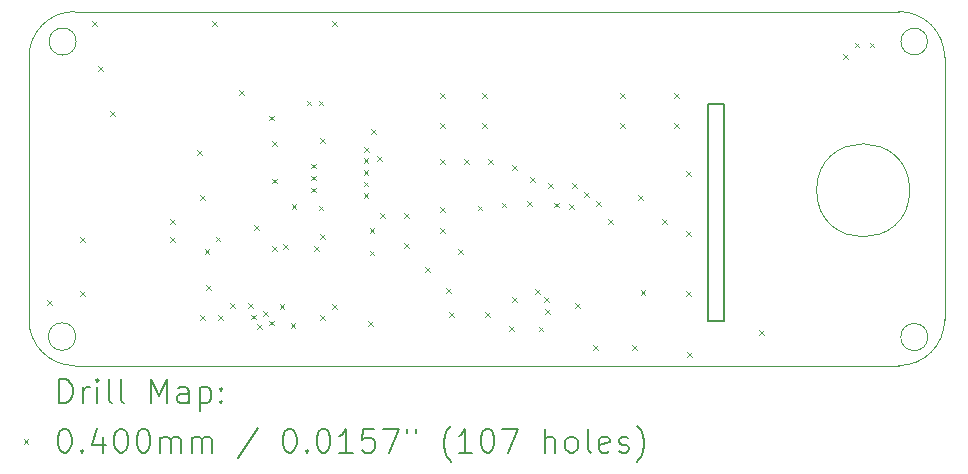
<source format=gbr>
%TF.GenerationSoftware,KiCad,Pcbnew,8.0.5-8.0.5-0~ubuntu22.04.1*%
%TF.CreationDate,2024-11-26T13:48:24+00:00*%
%TF.ProjectId,numcalcium,6e756d63-616c-4636-9975-6d2e6b696361,rev?*%
%TF.SameCoordinates,Original*%
%TF.FileFunction,Drillmap*%
%TF.FilePolarity,Positive*%
%FSLAX45Y45*%
G04 Gerber Fmt 4.5, Leading zero omitted, Abs format (unit mm)*
G04 Created by KiCad (PCBNEW 8.0.5-8.0.5-0~ubuntu22.04.1) date 2024-11-26 13:48:24*
%MOMM*%
%LPD*%
G01*
G04 APERTURE LIST*
%ADD10C,0.100000*%
%ADD11C,0.150000*%
%ADD12C,0.200000*%
G04 APERTURE END LIST*
D10*
X352045Y3149424D02*
G75*
G02*
X123214Y3149424I-114416J0D01*
G01*
X123214Y3149424D02*
G75*
G02*
X352045Y3149424I114416J0D01*
G01*
X348832Y651814D02*
G75*
G02*
X115950Y651814I-116441J0D01*
G01*
X115950Y651814D02*
G75*
G02*
X348832Y651814I116441J0D01*
G01*
X7704760Y792480D02*
G75*
G02*
X7318505Y406224I-386270J14D01*
G01*
X7318505Y3403424D02*
X338760Y3403424D01*
X338760Y406224D02*
G75*
G02*
X-47495Y792480I-1J386255D01*
G01*
D11*
X5699538Y2621280D02*
X5839238Y2621280D01*
X5839238Y787400D01*
X5699538Y787400D01*
X5699538Y2621280D01*
D10*
X7318505Y3403424D02*
G75*
G02*
X7704754Y3017169I5J-386244D01*
G01*
X7409528Y1889760D02*
G75*
G02*
X6621172Y1889760I-394178J0D01*
G01*
X6621172Y1889760D02*
G75*
G02*
X7409528Y1889760I394178J0D01*
G01*
X7704760Y3017169D02*
X7704760Y792480D01*
X7559805Y3149424D02*
G75*
G02*
X7335153Y3149424I-112326J0D01*
G01*
X7335153Y3149424D02*
G75*
G02*
X7559805Y3149424I112326J0D01*
G01*
X7318505Y406224D02*
X338760Y406224D01*
X-47495Y3017169D02*
G75*
G02*
X338760Y3403424I386255J0D01*
G01*
X-47495Y3017169D02*
X-47495Y792480D01*
X7562970Y647524D02*
G75*
G02*
X7333295Y647524I-114837J0D01*
G01*
X7333295Y647524D02*
G75*
G02*
X7562970Y647524I114837J0D01*
G01*
D12*
D10*
X107000Y959800D02*
X147000Y919800D01*
X147000Y959800D02*
X107000Y919800D01*
X386400Y1493200D02*
X426400Y1453200D01*
X426400Y1493200D02*
X386400Y1453200D01*
X386400Y1036000D02*
X426400Y996000D01*
X426400Y1036000D02*
X386400Y996000D01*
X488000Y3322000D02*
X528000Y3282000D01*
X528000Y3322000D02*
X488000Y3282000D01*
X538800Y2941000D02*
X578800Y2901000D01*
X578800Y2941000D02*
X538800Y2901000D01*
X640400Y2560000D02*
X680400Y2520000D01*
X680400Y2560000D02*
X640400Y2520000D01*
X1148400Y1645600D02*
X1188400Y1605600D01*
X1188400Y1645600D02*
X1148400Y1605600D01*
X1148400Y1493200D02*
X1188400Y1453200D01*
X1188400Y1493200D02*
X1148400Y1453200D01*
X1377000Y2229800D02*
X1417000Y2189800D01*
X1417000Y2229800D02*
X1377000Y2189800D01*
X1402400Y1848800D02*
X1442400Y1808800D01*
X1442400Y1848800D02*
X1402400Y1808800D01*
X1402400Y832800D02*
X1442400Y792800D01*
X1442400Y832800D02*
X1402400Y792800D01*
X1440500Y1391600D02*
X1480500Y1351600D01*
X1480500Y1391600D02*
X1440500Y1351600D01*
X1453200Y1086800D02*
X1493200Y1046800D01*
X1493200Y1086800D02*
X1453200Y1046800D01*
X1504000Y3322000D02*
X1544000Y3282000D01*
X1544000Y3322000D02*
X1504000Y3282000D01*
X1532400Y1498200D02*
X1572400Y1458200D01*
X1572400Y1498200D02*
X1532400Y1458200D01*
X1554800Y832800D02*
X1594800Y792800D01*
X1594800Y832800D02*
X1554800Y792800D01*
X1656400Y934400D02*
X1696400Y894400D01*
X1696400Y934400D02*
X1656400Y894400D01*
X1732600Y2737800D02*
X1772600Y2697800D01*
X1772600Y2737800D02*
X1732600Y2697800D01*
X1808101Y935099D02*
X1848101Y895099D01*
X1848101Y935099D02*
X1808101Y895099D01*
X1831749Y836477D02*
X1871749Y796477D01*
X1871749Y836477D02*
X1831749Y796477D01*
X1859600Y1594800D02*
X1899600Y1554800D01*
X1899600Y1594800D02*
X1859600Y1554800D01*
X1885000Y756600D02*
X1925000Y716600D01*
X1925000Y756600D02*
X1885000Y716600D01*
X1934163Y867414D02*
X1974163Y827414D01*
X1974163Y867414D02*
X1934163Y827414D01*
X1986600Y2521900D02*
X2026600Y2481900D01*
X2026600Y2521900D02*
X1986600Y2481900D01*
X1986600Y787000D02*
X2026600Y747000D01*
X2026600Y787000D02*
X1986600Y747000D01*
X2012000Y2306000D02*
X2052000Y2266000D01*
X2052000Y2306000D02*
X2012000Y2266000D01*
X2012000Y1988500D02*
X2052000Y1948500D01*
X2052000Y1988500D02*
X2012000Y1948500D01*
X2012000Y1417000D02*
X2052000Y1377000D01*
X2052000Y1417000D02*
X2012000Y1377000D01*
X2075500Y924700D02*
X2115500Y884700D01*
X2115500Y924700D02*
X2075500Y884700D01*
X2106694Y1432782D02*
X2146694Y1392782D01*
X2146694Y1432782D02*
X2106694Y1392782D01*
X2168115Y765585D02*
X2208115Y725585D01*
X2208115Y765585D02*
X2168115Y725585D01*
X2177100Y1772600D02*
X2217100Y1732600D01*
X2217100Y1772600D02*
X2177100Y1732600D01*
X2304100Y2648900D02*
X2344100Y2608900D01*
X2344100Y2648900D02*
X2304100Y2608900D01*
X2342200Y2115500D02*
X2382200Y2075500D01*
X2382200Y2115500D02*
X2342200Y2075500D01*
X2342200Y2013900D02*
X2382200Y1973900D01*
X2382200Y2013900D02*
X2342200Y1973900D01*
X2342200Y1912300D02*
X2382200Y1872300D01*
X2382200Y1912300D02*
X2342200Y1872300D01*
X2367600Y1417000D02*
X2407600Y1377000D01*
X2407600Y1417000D02*
X2367600Y1377000D01*
X2405700Y2648900D02*
X2445700Y2608900D01*
X2445700Y2648900D02*
X2405700Y2608900D01*
X2405700Y1759900D02*
X2445700Y1719900D01*
X2445700Y1759900D02*
X2405700Y1719900D01*
X2417400Y1518600D02*
X2457400Y1478600D01*
X2457400Y1518600D02*
X2417400Y1478600D01*
X2418400Y2331400D02*
X2458400Y2291400D01*
X2458400Y2331400D02*
X2418400Y2291400D01*
X2418400Y832800D02*
X2458400Y792800D01*
X2458400Y832800D02*
X2418400Y792800D01*
X2520000Y3322000D02*
X2560000Y3282000D01*
X2560000Y3322000D02*
X2520000Y3282000D01*
X2520000Y924700D02*
X2560000Y884700D01*
X2560000Y924700D02*
X2520000Y884700D01*
X2786439Y2159266D02*
X2826439Y2119266D01*
X2826439Y2159266D02*
X2786439Y2119266D01*
X2786608Y2062249D02*
X2826608Y2022249D01*
X2826608Y2062249D02*
X2786608Y2022249D01*
X2786651Y1963100D02*
X2826651Y1923100D01*
X2826651Y1963100D02*
X2786651Y1923100D01*
X2786723Y1867100D02*
X2826723Y1827100D01*
X2826723Y1867100D02*
X2786723Y1827100D01*
X2789993Y2255200D02*
X2829993Y2215200D01*
X2829993Y2255200D02*
X2789993Y2215200D01*
X2824800Y782000D02*
X2864800Y742000D01*
X2864800Y782000D02*
X2824800Y742000D01*
X2837500Y1569400D02*
X2877500Y1529400D01*
X2877500Y1569400D02*
X2837500Y1529400D01*
X2837500Y1378900D02*
X2877500Y1338900D01*
X2877500Y1378900D02*
X2837500Y1338900D01*
X2850200Y2407600D02*
X2890200Y2367600D01*
X2890200Y2407600D02*
X2850200Y2367600D01*
X2901000Y2179000D02*
X2941000Y2139000D01*
X2941000Y2179000D02*
X2901000Y2139000D01*
X2926400Y1696400D02*
X2966400Y1656400D01*
X2966400Y1696400D02*
X2926400Y1656400D01*
X3129600Y1696400D02*
X3169600Y1656400D01*
X3169600Y1696400D02*
X3129600Y1656400D01*
X3129600Y1442400D02*
X3169600Y1402400D01*
X3169600Y1442400D02*
X3129600Y1402400D01*
X3307400Y1239200D02*
X3347400Y1199200D01*
X3347400Y1239200D02*
X3307400Y1199200D01*
X3434400Y2712400D02*
X3474400Y2672400D01*
X3474400Y2712400D02*
X3434400Y2672400D01*
X3434400Y2458400D02*
X3474400Y2418400D01*
X3474400Y2458400D02*
X3434400Y2418400D01*
X3434400Y2153600D02*
X3474400Y2113600D01*
X3474400Y2153600D02*
X3434400Y2113600D01*
X3434400Y1747200D02*
X3474400Y1707200D01*
X3474400Y1747200D02*
X3434400Y1707200D01*
X3434400Y1569400D02*
X3474400Y1529400D01*
X3474400Y1569400D02*
X3434400Y1529400D01*
X3485200Y1061400D02*
X3525200Y1021400D01*
X3525200Y1061400D02*
X3485200Y1021400D01*
X3510600Y858200D02*
X3550600Y818200D01*
X3550600Y858200D02*
X3510600Y818200D01*
X3586800Y1391600D02*
X3626800Y1351600D01*
X3626800Y1391600D02*
X3586800Y1351600D01*
X3637600Y2153600D02*
X3677600Y2113600D01*
X3677600Y2153600D02*
X3637600Y2113600D01*
X3751900Y1759900D02*
X3791900Y1719900D01*
X3791900Y1759900D02*
X3751900Y1719900D01*
X3790000Y2712400D02*
X3830000Y2672400D01*
X3830000Y2712400D02*
X3790000Y2672400D01*
X3790000Y2458400D02*
X3830000Y2418400D01*
X3830000Y2458400D02*
X3790000Y2418400D01*
X3815400Y858200D02*
X3855400Y818200D01*
X3855400Y858200D02*
X3815400Y818200D01*
X3840800Y2153600D02*
X3880800Y2113600D01*
X3880800Y2153600D02*
X3840800Y2113600D01*
X3955100Y1785300D02*
X3995100Y1745300D01*
X3995100Y1785300D02*
X3955100Y1745300D01*
X4018600Y738820D02*
X4058600Y698820D01*
X4058600Y738820D02*
X4018600Y698820D01*
X4044000Y2102800D02*
X4084000Y2062800D01*
X4084000Y2102800D02*
X4044000Y2062800D01*
X4044000Y985200D02*
X4084000Y945200D01*
X4084000Y985200D02*
X4044000Y945200D01*
X4171000Y1798000D02*
X4211000Y1758000D01*
X4211000Y1798000D02*
X4171000Y1758000D01*
X4196400Y2001200D02*
X4236400Y1961200D01*
X4236400Y2001200D02*
X4196400Y1961200D01*
X4239500Y1053700D02*
X4279500Y1013700D01*
X4279500Y1053700D02*
X4239500Y1013700D01*
X4267520Y736280D02*
X4307520Y696280D01*
X4307520Y736280D02*
X4267520Y696280D01*
X4312657Y985200D02*
X4352657Y945200D01*
X4352657Y985200D02*
X4312657Y945200D01*
X4323400Y883600D02*
X4363400Y843600D01*
X4363400Y883600D02*
X4323400Y843600D01*
X4348800Y1950400D02*
X4388800Y1910400D01*
X4388800Y1950400D02*
X4348800Y1910400D01*
X4399600Y1785300D02*
X4439600Y1745300D01*
X4439600Y1785300D02*
X4399600Y1745300D01*
X4526600Y1772600D02*
X4566600Y1732600D01*
X4566600Y1772600D02*
X4526600Y1732600D01*
X4552000Y1950400D02*
X4592000Y1910400D01*
X4592000Y1950400D02*
X4552000Y1910400D01*
X4577400Y934400D02*
X4617400Y894400D01*
X4617400Y934400D02*
X4577400Y894400D01*
X4653600Y1874200D02*
X4693600Y1834200D01*
X4693600Y1874200D02*
X4653600Y1834200D01*
X4729800Y578800D02*
X4769800Y538800D01*
X4769800Y578800D02*
X4729800Y538800D01*
X4755200Y1798000D02*
X4795200Y1758000D01*
X4795200Y1798000D02*
X4755200Y1758000D01*
X4856800Y1645600D02*
X4896800Y1605600D01*
X4896800Y1645600D02*
X4856800Y1605600D01*
X4958400Y2712400D02*
X4998400Y2672400D01*
X4998400Y2712400D02*
X4958400Y2672400D01*
X4958400Y2458400D02*
X4998400Y2418400D01*
X4998400Y2458400D02*
X4958400Y2418400D01*
X5060000Y578800D02*
X5100000Y538800D01*
X5100000Y578800D02*
X5060000Y538800D01*
X5110800Y1848800D02*
X5150800Y1808800D01*
X5150800Y1848800D02*
X5110800Y1808800D01*
X5131120Y1046160D02*
X5171120Y1006160D01*
X5171120Y1046160D02*
X5131120Y1006160D01*
X5314000Y1645600D02*
X5354000Y1605600D01*
X5354000Y1645600D02*
X5314000Y1605600D01*
X5415600Y2712400D02*
X5455600Y2672400D01*
X5455600Y2712400D02*
X5415600Y2672400D01*
X5415600Y2458400D02*
X5455600Y2418400D01*
X5455600Y2458400D02*
X5415600Y2418400D01*
X5517200Y2052000D02*
X5557200Y2012000D01*
X5557200Y2052000D02*
X5517200Y2012000D01*
X5517200Y1544000D02*
X5557200Y1504000D01*
X5557200Y1544000D02*
X5517200Y1504000D01*
X5517200Y1036000D02*
X5557200Y996000D01*
X5557200Y1036000D02*
X5517200Y996000D01*
X5527360Y517840D02*
X5567360Y477840D01*
X5567360Y517840D02*
X5527360Y477840D01*
X6131880Y705800D02*
X6171880Y665800D01*
X6171880Y705800D02*
X6131880Y665800D01*
X6844563Y3040763D02*
X6884563Y3000763D01*
X6884563Y3040763D02*
X6844563Y3000763D01*
X6943800Y3139500D02*
X6983800Y3099500D01*
X6983800Y3139500D02*
X6943800Y3099500D01*
X7070800Y3140000D02*
X7110800Y3100000D01*
X7110800Y3140000D02*
X7070800Y3100000D01*
D12*
X208281Y89740D02*
X208281Y289740D01*
X208281Y289740D02*
X255900Y289740D01*
X255900Y289740D02*
X284472Y280217D01*
X284472Y280217D02*
X303520Y261169D01*
X303520Y261169D02*
X313043Y242121D01*
X313043Y242121D02*
X322567Y204026D01*
X322567Y204026D02*
X322567Y175455D01*
X322567Y175455D02*
X313043Y137360D01*
X313043Y137360D02*
X303520Y118312D01*
X303520Y118312D02*
X284472Y99264D01*
X284472Y99264D02*
X255900Y89740D01*
X255900Y89740D02*
X208281Y89740D01*
X408281Y89740D02*
X408281Y223074D01*
X408281Y184978D02*
X417805Y204026D01*
X417805Y204026D02*
X427329Y213550D01*
X427329Y213550D02*
X446377Y223074D01*
X446377Y223074D02*
X465424Y223074D01*
X532091Y89740D02*
X532091Y223074D01*
X532091Y289740D02*
X522567Y280217D01*
X522567Y280217D02*
X532091Y270693D01*
X532091Y270693D02*
X541615Y280217D01*
X541615Y280217D02*
X532091Y289740D01*
X532091Y289740D02*
X532091Y270693D01*
X655901Y89740D02*
X636853Y99264D01*
X636853Y99264D02*
X627329Y118312D01*
X627329Y118312D02*
X627329Y289740D01*
X760662Y89740D02*
X741615Y99264D01*
X741615Y99264D02*
X732091Y118312D01*
X732091Y118312D02*
X732091Y289740D01*
X989234Y89740D02*
X989234Y289740D01*
X989234Y289740D02*
X1055901Y146883D01*
X1055901Y146883D02*
X1122567Y289740D01*
X1122567Y289740D02*
X1122567Y89740D01*
X1303520Y89740D02*
X1303520Y194502D01*
X1303520Y194502D02*
X1293996Y213550D01*
X1293996Y213550D02*
X1274948Y223074D01*
X1274948Y223074D02*
X1236853Y223074D01*
X1236853Y223074D02*
X1217805Y213550D01*
X1303520Y99264D02*
X1284472Y89740D01*
X1284472Y89740D02*
X1236853Y89740D01*
X1236853Y89740D02*
X1217805Y99264D01*
X1217805Y99264D02*
X1208282Y118312D01*
X1208282Y118312D02*
X1208282Y137360D01*
X1208282Y137360D02*
X1217805Y156407D01*
X1217805Y156407D02*
X1236853Y165931D01*
X1236853Y165931D02*
X1284472Y165931D01*
X1284472Y165931D02*
X1303520Y175455D01*
X1398758Y223074D02*
X1398758Y23074D01*
X1398758Y213550D02*
X1417805Y223074D01*
X1417805Y223074D02*
X1455901Y223074D01*
X1455901Y223074D02*
X1474948Y213550D01*
X1474948Y213550D02*
X1484472Y204026D01*
X1484472Y204026D02*
X1493996Y184978D01*
X1493996Y184978D02*
X1493996Y127836D01*
X1493996Y127836D02*
X1484472Y108788D01*
X1484472Y108788D02*
X1474948Y99264D01*
X1474948Y99264D02*
X1455901Y89740D01*
X1455901Y89740D02*
X1417805Y89740D01*
X1417805Y89740D02*
X1398758Y99264D01*
X1579710Y108788D02*
X1589234Y99264D01*
X1589234Y99264D02*
X1579710Y89740D01*
X1579710Y89740D02*
X1570186Y99264D01*
X1570186Y99264D02*
X1579710Y108788D01*
X1579710Y108788D02*
X1579710Y89740D01*
X1579710Y213550D02*
X1589234Y204026D01*
X1589234Y204026D02*
X1579710Y194502D01*
X1579710Y194502D02*
X1570186Y204026D01*
X1570186Y204026D02*
X1579710Y213550D01*
X1579710Y213550D02*
X1579710Y194502D01*
D10*
X-92495Y-218776D02*
X-52495Y-258776D01*
X-52495Y-218776D02*
X-92495Y-258776D01*
D12*
X246377Y-130259D02*
X265424Y-130259D01*
X265424Y-130259D02*
X284472Y-139783D01*
X284472Y-139783D02*
X293996Y-149307D01*
X293996Y-149307D02*
X303520Y-168355D01*
X303520Y-168355D02*
X313043Y-206450D01*
X313043Y-206450D02*
X313043Y-254069D01*
X313043Y-254069D02*
X303520Y-292164D01*
X303520Y-292164D02*
X293996Y-311212D01*
X293996Y-311212D02*
X284472Y-320736D01*
X284472Y-320736D02*
X265424Y-330260D01*
X265424Y-330260D02*
X246377Y-330260D01*
X246377Y-330260D02*
X227329Y-320736D01*
X227329Y-320736D02*
X217805Y-311212D01*
X217805Y-311212D02*
X208281Y-292164D01*
X208281Y-292164D02*
X198758Y-254069D01*
X198758Y-254069D02*
X198758Y-206450D01*
X198758Y-206450D02*
X208281Y-168355D01*
X208281Y-168355D02*
X217805Y-149307D01*
X217805Y-149307D02*
X227329Y-139783D01*
X227329Y-139783D02*
X246377Y-130259D01*
X398758Y-311212D02*
X408281Y-320736D01*
X408281Y-320736D02*
X398758Y-330260D01*
X398758Y-330260D02*
X389234Y-320736D01*
X389234Y-320736D02*
X398758Y-311212D01*
X398758Y-311212D02*
X398758Y-330260D01*
X579710Y-196926D02*
X579710Y-330260D01*
X532091Y-120736D02*
X484472Y-263593D01*
X484472Y-263593D02*
X608282Y-263593D01*
X722567Y-130259D02*
X741615Y-130259D01*
X741615Y-130259D02*
X760662Y-139783D01*
X760662Y-139783D02*
X770186Y-149307D01*
X770186Y-149307D02*
X779710Y-168355D01*
X779710Y-168355D02*
X789234Y-206450D01*
X789234Y-206450D02*
X789234Y-254069D01*
X789234Y-254069D02*
X779710Y-292164D01*
X779710Y-292164D02*
X770186Y-311212D01*
X770186Y-311212D02*
X760662Y-320736D01*
X760662Y-320736D02*
X741615Y-330260D01*
X741615Y-330260D02*
X722567Y-330260D01*
X722567Y-330260D02*
X703520Y-320736D01*
X703520Y-320736D02*
X693996Y-311212D01*
X693996Y-311212D02*
X684472Y-292164D01*
X684472Y-292164D02*
X674948Y-254069D01*
X674948Y-254069D02*
X674948Y-206450D01*
X674948Y-206450D02*
X684472Y-168355D01*
X684472Y-168355D02*
X693996Y-149307D01*
X693996Y-149307D02*
X703520Y-139783D01*
X703520Y-139783D02*
X722567Y-130259D01*
X913043Y-130259D02*
X932091Y-130259D01*
X932091Y-130259D02*
X951139Y-139783D01*
X951139Y-139783D02*
X960662Y-149307D01*
X960662Y-149307D02*
X970186Y-168355D01*
X970186Y-168355D02*
X979710Y-206450D01*
X979710Y-206450D02*
X979710Y-254069D01*
X979710Y-254069D02*
X970186Y-292164D01*
X970186Y-292164D02*
X960662Y-311212D01*
X960662Y-311212D02*
X951139Y-320736D01*
X951139Y-320736D02*
X932091Y-330260D01*
X932091Y-330260D02*
X913043Y-330260D01*
X913043Y-330260D02*
X893996Y-320736D01*
X893996Y-320736D02*
X884472Y-311212D01*
X884472Y-311212D02*
X874948Y-292164D01*
X874948Y-292164D02*
X865424Y-254069D01*
X865424Y-254069D02*
X865424Y-206450D01*
X865424Y-206450D02*
X874948Y-168355D01*
X874948Y-168355D02*
X884472Y-149307D01*
X884472Y-149307D02*
X893996Y-139783D01*
X893996Y-139783D02*
X913043Y-130259D01*
X1065424Y-330260D02*
X1065424Y-196926D01*
X1065424Y-215974D02*
X1074948Y-206450D01*
X1074948Y-206450D02*
X1093996Y-196926D01*
X1093996Y-196926D02*
X1122567Y-196926D01*
X1122567Y-196926D02*
X1141615Y-206450D01*
X1141615Y-206450D02*
X1151139Y-225498D01*
X1151139Y-225498D02*
X1151139Y-330260D01*
X1151139Y-225498D02*
X1160663Y-206450D01*
X1160663Y-206450D02*
X1179710Y-196926D01*
X1179710Y-196926D02*
X1208282Y-196926D01*
X1208282Y-196926D02*
X1227329Y-206450D01*
X1227329Y-206450D02*
X1236853Y-225498D01*
X1236853Y-225498D02*
X1236853Y-330260D01*
X1332091Y-330260D02*
X1332091Y-196926D01*
X1332091Y-215974D02*
X1341615Y-206450D01*
X1341615Y-206450D02*
X1360663Y-196926D01*
X1360663Y-196926D02*
X1389234Y-196926D01*
X1389234Y-196926D02*
X1408282Y-206450D01*
X1408282Y-206450D02*
X1417805Y-225498D01*
X1417805Y-225498D02*
X1417805Y-330260D01*
X1417805Y-225498D02*
X1427329Y-206450D01*
X1427329Y-206450D02*
X1446377Y-196926D01*
X1446377Y-196926D02*
X1474948Y-196926D01*
X1474948Y-196926D02*
X1493996Y-206450D01*
X1493996Y-206450D02*
X1503520Y-225498D01*
X1503520Y-225498D02*
X1503520Y-330260D01*
X1893996Y-120736D02*
X1722567Y-377878D01*
X2151139Y-130259D02*
X2170187Y-130259D01*
X2170187Y-130259D02*
X2189234Y-139783D01*
X2189234Y-139783D02*
X2198758Y-149307D01*
X2198758Y-149307D02*
X2208282Y-168355D01*
X2208282Y-168355D02*
X2217806Y-206450D01*
X2217806Y-206450D02*
X2217806Y-254069D01*
X2217806Y-254069D02*
X2208282Y-292164D01*
X2208282Y-292164D02*
X2198758Y-311212D01*
X2198758Y-311212D02*
X2189234Y-320736D01*
X2189234Y-320736D02*
X2170187Y-330260D01*
X2170187Y-330260D02*
X2151139Y-330260D01*
X2151139Y-330260D02*
X2132091Y-320736D01*
X2132091Y-320736D02*
X2122567Y-311212D01*
X2122567Y-311212D02*
X2113044Y-292164D01*
X2113044Y-292164D02*
X2103520Y-254069D01*
X2103520Y-254069D02*
X2103520Y-206450D01*
X2103520Y-206450D02*
X2113044Y-168355D01*
X2113044Y-168355D02*
X2122567Y-149307D01*
X2122567Y-149307D02*
X2132091Y-139783D01*
X2132091Y-139783D02*
X2151139Y-130259D01*
X2303520Y-311212D02*
X2313044Y-320736D01*
X2313044Y-320736D02*
X2303520Y-330260D01*
X2303520Y-330260D02*
X2293996Y-320736D01*
X2293996Y-320736D02*
X2303520Y-311212D01*
X2303520Y-311212D02*
X2303520Y-330260D01*
X2436853Y-130259D02*
X2455901Y-130259D01*
X2455901Y-130259D02*
X2474948Y-139783D01*
X2474948Y-139783D02*
X2484472Y-149307D01*
X2484472Y-149307D02*
X2493996Y-168355D01*
X2493996Y-168355D02*
X2503520Y-206450D01*
X2503520Y-206450D02*
X2503520Y-254069D01*
X2503520Y-254069D02*
X2493996Y-292164D01*
X2493996Y-292164D02*
X2484472Y-311212D01*
X2484472Y-311212D02*
X2474948Y-320736D01*
X2474948Y-320736D02*
X2455901Y-330260D01*
X2455901Y-330260D02*
X2436853Y-330260D01*
X2436853Y-330260D02*
X2417806Y-320736D01*
X2417806Y-320736D02*
X2408282Y-311212D01*
X2408282Y-311212D02*
X2398758Y-292164D01*
X2398758Y-292164D02*
X2389234Y-254069D01*
X2389234Y-254069D02*
X2389234Y-206450D01*
X2389234Y-206450D02*
X2398758Y-168355D01*
X2398758Y-168355D02*
X2408282Y-149307D01*
X2408282Y-149307D02*
X2417806Y-139783D01*
X2417806Y-139783D02*
X2436853Y-130259D01*
X2693996Y-330260D02*
X2579710Y-330260D01*
X2636853Y-330260D02*
X2636853Y-130259D01*
X2636853Y-130259D02*
X2617806Y-158831D01*
X2617806Y-158831D02*
X2598758Y-177878D01*
X2598758Y-177878D02*
X2579710Y-187402D01*
X2874948Y-130259D02*
X2779710Y-130259D01*
X2779710Y-130259D02*
X2770187Y-225498D01*
X2770187Y-225498D02*
X2779710Y-215974D01*
X2779710Y-215974D02*
X2798758Y-206450D01*
X2798758Y-206450D02*
X2846377Y-206450D01*
X2846377Y-206450D02*
X2865425Y-215974D01*
X2865425Y-215974D02*
X2874948Y-225498D01*
X2874948Y-225498D02*
X2884472Y-244545D01*
X2884472Y-244545D02*
X2884472Y-292164D01*
X2884472Y-292164D02*
X2874948Y-311212D01*
X2874948Y-311212D02*
X2865425Y-320736D01*
X2865425Y-320736D02*
X2846377Y-330260D01*
X2846377Y-330260D02*
X2798758Y-330260D01*
X2798758Y-330260D02*
X2779710Y-320736D01*
X2779710Y-320736D02*
X2770187Y-311212D01*
X2951139Y-130259D02*
X3084472Y-130259D01*
X3084472Y-130259D02*
X2998758Y-330260D01*
X3151139Y-130259D02*
X3151139Y-168355D01*
X3227329Y-130259D02*
X3227329Y-168355D01*
X3522568Y-406450D02*
X3513044Y-396926D01*
X3513044Y-396926D02*
X3493996Y-368355D01*
X3493996Y-368355D02*
X3484472Y-349307D01*
X3484472Y-349307D02*
X3474948Y-320736D01*
X3474948Y-320736D02*
X3465425Y-273117D01*
X3465425Y-273117D02*
X3465425Y-235021D01*
X3465425Y-235021D02*
X3474948Y-187402D01*
X3474948Y-187402D02*
X3484472Y-158831D01*
X3484472Y-158831D02*
X3493996Y-139783D01*
X3493996Y-139783D02*
X3513044Y-111212D01*
X3513044Y-111212D02*
X3522568Y-101688D01*
X3703520Y-330260D02*
X3589234Y-330260D01*
X3646377Y-330260D02*
X3646377Y-130259D01*
X3646377Y-130259D02*
X3627329Y-158831D01*
X3627329Y-158831D02*
X3608282Y-177878D01*
X3608282Y-177878D02*
X3589234Y-187402D01*
X3827329Y-130259D02*
X3846377Y-130259D01*
X3846377Y-130259D02*
X3865425Y-139783D01*
X3865425Y-139783D02*
X3874948Y-149307D01*
X3874948Y-149307D02*
X3884472Y-168355D01*
X3884472Y-168355D02*
X3893996Y-206450D01*
X3893996Y-206450D02*
X3893996Y-254069D01*
X3893996Y-254069D02*
X3884472Y-292164D01*
X3884472Y-292164D02*
X3874948Y-311212D01*
X3874948Y-311212D02*
X3865425Y-320736D01*
X3865425Y-320736D02*
X3846377Y-330260D01*
X3846377Y-330260D02*
X3827329Y-330260D01*
X3827329Y-330260D02*
X3808282Y-320736D01*
X3808282Y-320736D02*
X3798758Y-311212D01*
X3798758Y-311212D02*
X3789234Y-292164D01*
X3789234Y-292164D02*
X3779710Y-254069D01*
X3779710Y-254069D02*
X3779710Y-206450D01*
X3779710Y-206450D02*
X3789234Y-168355D01*
X3789234Y-168355D02*
X3798758Y-149307D01*
X3798758Y-149307D02*
X3808282Y-139783D01*
X3808282Y-139783D02*
X3827329Y-130259D01*
X3960663Y-130259D02*
X4093996Y-130259D01*
X4093996Y-130259D02*
X4008282Y-330260D01*
X4322568Y-330260D02*
X4322568Y-130259D01*
X4408282Y-330260D02*
X4408282Y-225498D01*
X4408282Y-225498D02*
X4398758Y-206450D01*
X4398758Y-206450D02*
X4379711Y-196926D01*
X4379711Y-196926D02*
X4351139Y-196926D01*
X4351139Y-196926D02*
X4332091Y-206450D01*
X4332091Y-206450D02*
X4322568Y-215974D01*
X4532091Y-330260D02*
X4513044Y-320736D01*
X4513044Y-320736D02*
X4503520Y-311212D01*
X4503520Y-311212D02*
X4493996Y-292164D01*
X4493996Y-292164D02*
X4493996Y-235021D01*
X4493996Y-235021D02*
X4503520Y-215974D01*
X4503520Y-215974D02*
X4513044Y-206450D01*
X4513044Y-206450D02*
X4532091Y-196926D01*
X4532091Y-196926D02*
X4560663Y-196926D01*
X4560663Y-196926D02*
X4579711Y-206450D01*
X4579711Y-206450D02*
X4589234Y-215974D01*
X4589234Y-215974D02*
X4598758Y-235021D01*
X4598758Y-235021D02*
X4598758Y-292164D01*
X4598758Y-292164D02*
X4589234Y-311212D01*
X4589234Y-311212D02*
X4579711Y-320736D01*
X4579711Y-320736D02*
X4560663Y-330260D01*
X4560663Y-330260D02*
X4532091Y-330260D01*
X4713044Y-330260D02*
X4693996Y-320736D01*
X4693996Y-320736D02*
X4684472Y-301688D01*
X4684472Y-301688D02*
X4684472Y-130259D01*
X4865425Y-320736D02*
X4846377Y-330260D01*
X4846377Y-330260D02*
X4808282Y-330260D01*
X4808282Y-330260D02*
X4789234Y-320736D01*
X4789234Y-320736D02*
X4779711Y-301688D01*
X4779711Y-301688D02*
X4779711Y-225498D01*
X4779711Y-225498D02*
X4789234Y-206450D01*
X4789234Y-206450D02*
X4808282Y-196926D01*
X4808282Y-196926D02*
X4846377Y-196926D01*
X4846377Y-196926D02*
X4865425Y-206450D01*
X4865425Y-206450D02*
X4874949Y-225498D01*
X4874949Y-225498D02*
X4874949Y-244545D01*
X4874949Y-244545D02*
X4779711Y-263593D01*
X4951139Y-320736D02*
X4970187Y-330260D01*
X4970187Y-330260D02*
X5008282Y-330260D01*
X5008282Y-330260D02*
X5027330Y-320736D01*
X5027330Y-320736D02*
X5036853Y-301688D01*
X5036853Y-301688D02*
X5036853Y-292164D01*
X5036853Y-292164D02*
X5027330Y-273117D01*
X5027330Y-273117D02*
X5008282Y-263593D01*
X5008282Y-263593D02*
X4979711Y-263593D01*
X4979711Y-263593D02*
X4960663Y-254069D01*
X4960663Y-254069D02*
X4951139Y-235021D01*
X4951139Y-235021D02*
X4951139Y-225498D01*
X4951139Y-225498D02*
X4960663Y-206450D01*
X4960663Y-206450D02*
X4979711Y-196926D01*
X4979711Y-196926D02*
X5008282Y-196926D01*
X5008282Y-196926D02*
X5027330Y-206450D01*
X5103520Y-406450D02*
X5113044Y-396926D01*
X5113044Y-396926D02*
X5132092Y-368355D01*
X5132092Y-368355D02*
X5141615Y-349307D01*
X5141615Y-349307D02*
X5151139Y-320736D01*
X5151139Y-320736D02*
X5160663Y-273117D01*
X5160663Y-273117D02*
X5160663Y-235021D01*
X5160663Y-235021D02*
X5151139Y-187402D01*
X5151139Y-187402D02*
X5141615Y-158831D01*
X5141615Y-158831D02*
X5132092Y-139783D01*
X5132092Y-139783D02*
X5113044Y-111212D01*
X5113044Y-111212D02*
X5103520Y-101688D01*
M02*

</source>
